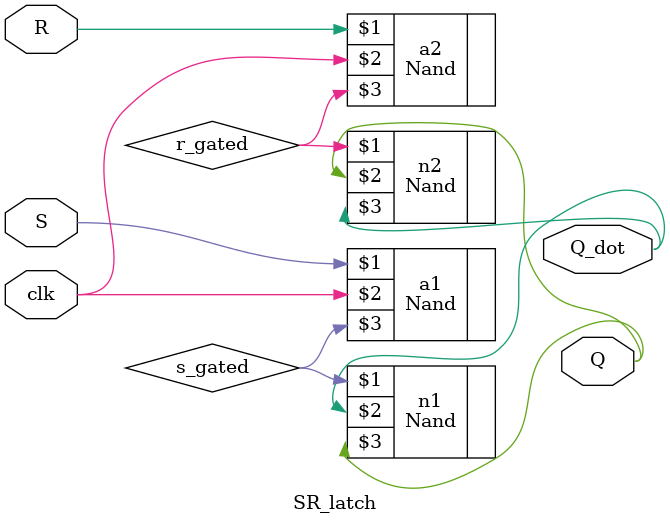
<source format=v>
module SR_latch(S, R, Q, Q_dot, clk);
	input clk;
	input S;
	input R;
	output Q;
	output Q_dot;
	
	wire S;
	wire R;
	wire Q;
	wire Q_dot;
	
	wire s_gated;
	wire r_gated;	
	
	Nand a1(S, clk, s_gated);
	Nand a2(R, clk, r_gated);

	Nand n1(s_gated, Q_dot, Q);
	Nand n2(r_gated, Q, Q_dot);
endmodule

</source>
